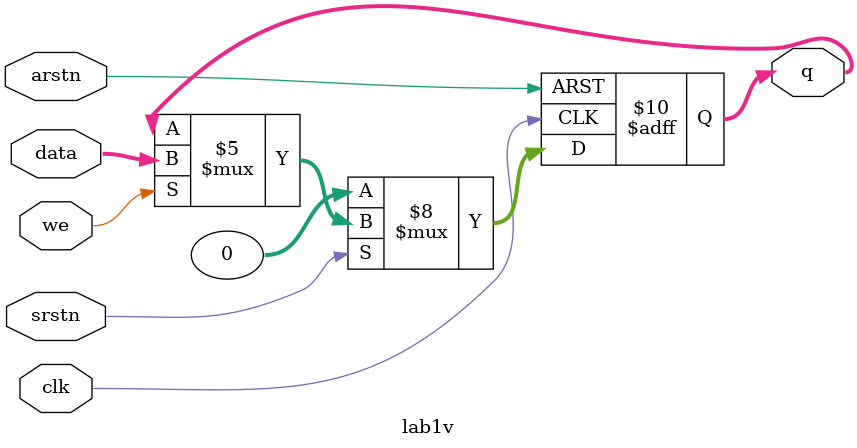
<source format=v>


`timescale 1ns/1ps


module lab1v(clk, we, data, q, arstn, srstn);

input clk, we, arstn, srstn;
input [31:0] data;
output reg [31:0] q;

always @(posedge clk or negedge arstn) begin 
	if(!arstn) begin 
		q <= 32'h0;
	end else if(!srstn) begin 
		q <= 32'h0;
	end else if(we) begin
		q <= data;
	end else begin 
		q <= q;
	end 
end


endmodule 

/* This code was derived from the Lab_1 of Alexander Lavrusenko*/


</source>
